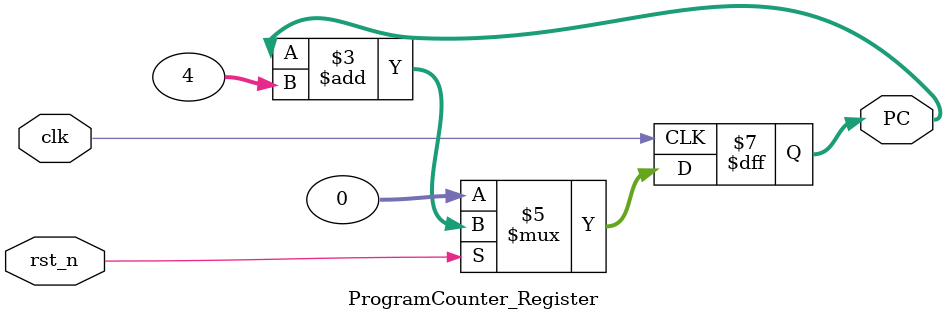
<source format=v>
`timescale 1ns / 1ps


module ProgramCounter_Register(
    input clk,
    input rst_n,
    output reg [31:0] PC
    );
    
    //TODO : Add functionality to modify PC after branch and jump instructions
    
    always@(posedge clk)
    begin
        if(rst_n == 1'b0)
        begin
            PC <= 0;
        end
        
        else
        begin
            PC <= PC + 4;
        end
    end
    
endmodule

</source>
